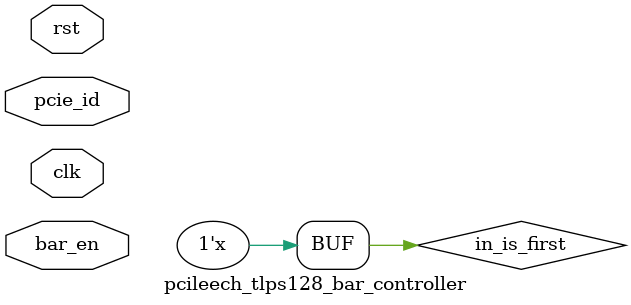
<source format=sv>

`timescale 1ns / 1ps
`include "pcileech_header.svh"

module pcileech_tlps128_bar_controller(
    input                   rst,
    input                   clk,
    input                   bar_en,
    input [15:0]            pcie_id, // [cite: 396] (BDF of FPGA)
    IfAXIS128.sink_lite     tlps_in,
    IfAXIS128.source        tlps_out
);

    // ------------------------------------------------------------------------
    // 1: TLP RECEIVE:
    // Receive incoming BAR requests from the TLP stream:
    // send them onwards to read and write FIFOs
    // ------------------------------------------------------------------------
    wire in_is_wr_ready; // [cite: 397]
    bit  in_is_wr_last; // [cite: 398]
    wire in_is_first    = tlps_in.tuser[0]; // [cite: 398]
    wire in_is_bar      = bar_en && (tlps_in.tuser[8:2] != 0); // [cite: 399] (bar_hit from FPGA core's BARs)
    wire in_is_rd       = (in_is_first && tlps_in.tlast && ((tlps_in.tdata[31:25] == 7'b0000000) || (tlps_in.tdata[31:25] == 7'b0010000) || (tlps_in.tdata[31:24] == 8'b00000010))); // [cite: 400]
    wire in_is_wr       = in_is_wr_last || (in_is_first && in_is_wr_ready && ((tlps_in.tdata[31:25] == 7'b0100000) || (tlps_in.tdata[31:25] == 7'b0110000) || (tlps_in.tdata[31:24] == 8'b01000010))); // [cite: 401, 402]
    
    always @ ( posedge clk ) // [cite: 403]
        if ( rst ) begin // [cite: 403]
            in_is_wr_last <= 0; // [cite: 403]
        end else if ( tlps_in.tvalid ) begin // [cite: 404]
            in_is_wr_last <= !tlps_in.tlast && in_is_wr; // [cite: 404]
        end
    
    wire [6:0]  wr_bar; // [cite: 405]
    wire [31:0] wr_addr; // [cite: 405]
    wire [3:0]  wr_be; // [cite: 405]
    wire [31:0] wr_data; // [cite: 406]
    wire        wr_valid; // [cite: 406]
    wire [87:0] rd_req_ctx; // [cite: 406]
    wire [6:0]  rd_req_bar; // [cite: 406]
    wire [31:0] rd_req_addr; // [cite: 407]
    wire        rd_req_valid; // [cite: 407]
    wire [87:0] rd_rsp_ctx; // [cite: 407]
    wire [31:0] rd_rsp_data; // [cite: 407]
    wire        rd_rsp_valid; // [cite: 408]
        
    pcileech_tlps128_bar_rdengine i_pcileech_tlps128_bar_rdengine( // [cite: 408]
        .rst            ( rst                           ),
        .clk            ( clk                           ), // [cite: 409]
        .pcie_id        ( pcie_id                       ), // [cite: 409]
        .tlps_in        ( tlps_in                       ), // [cite: 409]
        .tlps_in_valid  ( tlps_in.tvalid && in_is_bar && in_is_rd ), // [cite: 410]
        .tlps_out       ( tlps_out                      ), // [cite: 410]
        .rd_req_ctx     ( rd_req_ctx                    ), // [cite: 410]
        .rd_req_bar     ( rd_req_bar                    ), // [cite: 411]
        .rd_req_addr    ( rd_req_addr                   ), // [cite: 411]
        .rd_req_valid   ( rd_req_valid                  ), // [cite: 411]
        .rd_rsp_ctx     ( rd_rsp_ctx                    ), // [cite: 412]
        .rd_rsp_data    ( rd_rsp_data                   ), // [cite: 412]
        .rd_rsp_valid   ( rd_rsp_valid                  )  // [cite: 412]
    );

    pcileech_tlps128_bar_wrengine i_pcileech_tlps128_bar_wrengine( // [cite: 413]
        .rst            ( rst                           ),
        .clk            ( clk                           ), // [cite: 413]
        .tlps_in        ( tlps_in                       ), // [cite: 414]
        .tlps_in_valid  ( tlps_in.tvalid && in_is_bar && in_is_wr ), // [cite: 414]
        .tlps_in_ready  ( in_is_wr_ready                ), // [cite: 414]
        .wr_bar         ( wr_bar                        ), // [cite: 415]
        .wr_addr        ( wr_addr                       ), // [cite: 415]
        .wr_be          ( wr_be                         ), // [cite: 416]
        .wr_data        ( wr_data                       ), // [cite: 416]
        .wr_valid       ( wr_valid                      )  // [cite: 416]
    );
    
    wire [87:0] bar_rsp_ctx[7]; // [cite: 417]
    wire [31:0] bar_rsp_data[7]; // [cite: 417]
    wire        bar_rsp_valid[7]; // [cite: 418]
    
    assign rd_rsp_ctx = bar_rsp_valid[0] ? bar_rsp_ctx[0] : // [cite: 418]
                        bar_rsp_valid[1] ? bar_rsp_ctx[1] : // [cite: 419]
                        bar_rsp_valid[2] ? bar_rsp_ctx[2] : // [cite: 420]
                        bar_rsp_valid[3] ? bar_rsp_ctx[3] : // [cite: 421]
                        bar_rsp_valid[4] ? bar_rsp_ctx[4] : // [cite: 422]
                        bar_rsp_valid[5] ? bar_rsp_ctx[5] : // [cite: 423]
                        bar_rsp_valid[6] ? bar_rsp_ctx[6] : 0; // [cite: 424]
    assign rd_rsp_data = bar_rsp_valid[0] ? bar_rsp_data[0] : // [cite: 425]
                         bar_rsp_valid[1] ? bar_rsp_data[1] : // [cite: 425]
                         bar_rsp_valid[2] ? bar_rsp_data[2] : // [cite: 426]
                         bar_rsp_valid[3] ? bar_rsp_data[3] : // [cite: 427]
                         bar_rsp_valid[4] ? bar_rsp_data[4] : // [cite: 428]
                         bar_rsp_valid[5] ? bar_rsp_data[5] : // [cite: 429]
                         bar_rsp_valid[6] ? bar_rsp_data[6] : 0; // [cite: 430]
    assign rd_rsp_valid = bar_rsp_valid[0] || bar_rsp_valid[1] || bar_rsp_valid[2] || bar_rsp_valid[3] || bar_rsp_valid[4] || bar_rsp_valid[5] || bar_rsp_valid[6]; // [cite: 431]

    // BAR Implementations (for FPGA's own BARs)
    pcileech_bar_impl_zerowrite4k i_bar0( // [cite: 432] (If FPGA has BAR0)
        .rst            ( rst                           ),
        .clk            ( clk                           ), // [cite: 432]
        .wr_addr        ( wr_addr                       ), // [cite: 433]
        .wr_be          ( wr_be                         ), // [cite: 433]
        .wr_data        ( wr_data                       ), // [cite: 433]
        .wr_valid       ( wr_valid && wr_bar[0]         ), // [cite: 434]
        .rd_req_ctx     ( rd_req_ctx                    ), // [cite: 434]
        .rd_req_addr    ( rd_req_addr                   ), // [cite: 435]
        .rd_req_valid   ( rd_req_valid && rd_req_bar[0] ), // [cite: 435]
        .rd_rsp_ctx     ( bar_rsp_ctx[0]                ), // [cite: 435]
        .rd_rsp_data    ( bar_rsp_data[0]               ), // [cite: 435]
        .rd_rsp_valid   ( bar_rsp_valid[0]              )  // [cite: 436]
    );

    pcileech_bar_impl_loopaddr i_bar1( // [cite: 437] (If FPGA has BAR1)
        .rst            ( rst                           ),
        .clk            ( clk                           ), // [cite: 437]
        .wr_addr        ( wr_addr                       ), // [cite: 438]
        .wr_be          ( wr_be                         ), // [cite: 438]
        .wr_data        ( wr_data                       ), // [cite: 439]
        .wr_valid       ( wr_valid && wr_bar[1]         ), // [cite: 439]
        .rd_req_ctx     ( rd_req_ctx                    ), // [cite: 439]
        .rd_req_addr    ( rd_req_addr                   ), // [cite: 440]
        .rd_req_valid   ( rd_req_valid && rd_req_bar[1] ), // [cite: 440]
        .rd_rsp_ctx     ( bar_rsp_ctx[1]                ), // [cite: 440]
        .rd_rsp_data    ( bar_rsp_data[1]               ), // [cite: 440]
        .rd_rsp_valid   ( bar_rsp_valid[1]              )  // [cite: 441]
    );

    pcileech_bar_impl_none i_bar2( // [cite: 442] (If FPGA has BAR2, or as default)
        .rst            ( rst                           ),
        .clk            ( clk                           ), // [cite: 442]
        .wr_addr        ( wr_addr                       ), // [cite: 443]
        .wr_be          ( wr_be                         ), // [cite: 443]
        .wr_data        ( wr_data                       ), // [cite: 444]
        .wr_valid       ( wr_valid && wr_bar[2]         ), // [cite: 444]
        .rd_req_ctx     ( rd_req_ctx                    ), // [cite: 444]
        .rd_req_addr    ( rd_req_addr                   ), // [cite: 445]
        .rd_req_valid   ( rd_req_valid && rd_req_bar[2] ), // [cite: 445]
        .rd_rsp_ctx     ( bar_rsp_ctx[2]                ), // [cite: 445]
        .rd_rsp_data    ( bar_rsp_data[2]               ), // [cite: 445]
        .rd_rsp_valid   ( bar_rsp_valid[2]              )  // [cite: 446]
    );

    pcileech_bar_impl_none i_bar3( // [cite: 447]
        .rst            ( rst                           ),
        .clk            ( clk                           ),
        .wr_addr        ( wr_addr                       ), // [cite: 448]
        .wr_be          ( wr_be                         ), // [cite: 448]
        .wr_data        ( wr_data                       ), // [cite: 449]
        .wr_valid       ( wr_valid && wr_bar[3]         ), // [cite: 449]
        .rd_req_ctx     ( rd_req_ctx                    ), // [cite: 449]
        .rd_req_addr    ( rd_req_addr                   ), // [cite: 450]
        .rd_req_valid   ( rd_req_valid && rd_req_bar[3] ), // [cite: 450]
        .rd_rsp_ctx     ( bar_rsp_ctx[3]                ), // [cite: 450]
        .rd_rsp_data    ( bar_rsp_data[3]               ), // [cite: 450]
        .rd_rsp_valid   ( bar_rsp_valid[3]              )  // [cite: 451]
    );

    pcileech_bar_impl_none i_bar4( // [cite: 452]
        .rst            ( rst                           ),
        .clk            ( clk                           ),
        .wr_addr        ( wr_addr                       ), // [cite: 453]
        .wr_be          ( wr_be                         ), // [cite: 453]
        .wr_data        ( wr_data                       ), // [cite: 454]
        .wr_valid       ( wr_valid && wr_bar[4]         ), // [cite: 454]
        .rd_req_ctx     ( rd_req_ctx                    ), // [cite: 454]
        .rd_req_addr    ( rd_req_addr                   ), // [cite: 455]
        .rd_req_valid   ( rd_req_valid && rd_req_bar[4] ), // [cite: 455]
        .rd_rsp_ctx     ( bar_rsp_ctx[4]                ), // [cite: 455]
        .rd_rsp_data    ( bar_rsp_data[4]               ), // [cite: 455]
        .rd_rsp_valid   ( bar_rsp_valid[4]              )  // [cite: 456]
    );

    pcileech_bar_impl_none i_bar5( // [cite: 457]
        .rst            ( rst                           ),
        .clk            ( clk                           ),
        .wr_addr        ( wr_addr                       ), // [cite: 458]
        .wr_be          ( wr_be                         ), // [cite: 458]
        .wr_data        ( wr_data                       ), // [cite: 459]
        .wr_valid       ( wr_valid && wr_bar[5]         ), // [cite: 459]
        .rd_req_ctx     ( rd_req_ctx                    ), // [cite: 459]
        .rd_req_addr    ( rd_req_addr                   ), // [cite: 460]
        .rd_req_valid   ( rd_req_valid && rd_req_bar[5] ), // [cite: 460]
        .rd_rsp_ctx     ( bar_rsp_ctx[5]                ), // [cite: 460]
        .rd_rsp_data    ( bar_rsp_data[5]               ), // [cite: 460]
        .rd_rsp_valid   ( bar_rsp_valid[5]              )  // [cite: 461]
    );

    pcileech_bar_impl_none i_bar6_optrom( // [cite: 462] (Usually for Expansion ROM BAR)
        .rst            ( rst                           ),
        .clk            ( clk                           ),
        .wr_addr        ( wr_addr                       ), // [cite: 463]
        .wr_be          ( wr_be                         ), // [cite: 463]
        .wr_data        ( wr_data                       ), // [cite: 464]
        .wr_valid       ( wr_valid && wr_bar[6]         ), // [cite: 464]
        .rd_req_ctx     ( rd_req_ctx                    ), // [cite: 464]
        .rd_req_addr    ( rd_req_addr                   ), // [cite: 465]
        .rd_req_valid   ( rd_req_valid && rd_req_bar[6] ), // [cite: 465]
        .rd_rsp_ctx     ( bar_rsp_ctx[6]                ), // [cite: 465]
        .rd_rsp_data    ( bar_rsp_data[6]               ), // [cite: 465]
        .rd_rsp_valid   ( bar_rsp_valid[6]              )  // [cite: 466]
    );

endmodule

// BAR WRITE ENGINE, READ ENGINE, and example BAR implementations pcileech_bar_impl_none,
// pcileech_bar_impl_loopaddr, pcileech_bar_impl_zerowrite4k, and their dependent FIFOs
// (fifo_141_141_clk1_bar_wr, fifo_74_74_clk1_bar_rd1, fifo_134_134_clk1_bar_rdrsp, bram_bar_zero4k)
// are assumed to be part of included files or defined elsewhere and are kept as is.
// The crucial part is that `wr_bar` and `rd_req_bar` are driven by the FPGA's actual BAR hits.
// If the emulated device has BARs=0, then these should ideally not be hit for the emulated device.
</source>
